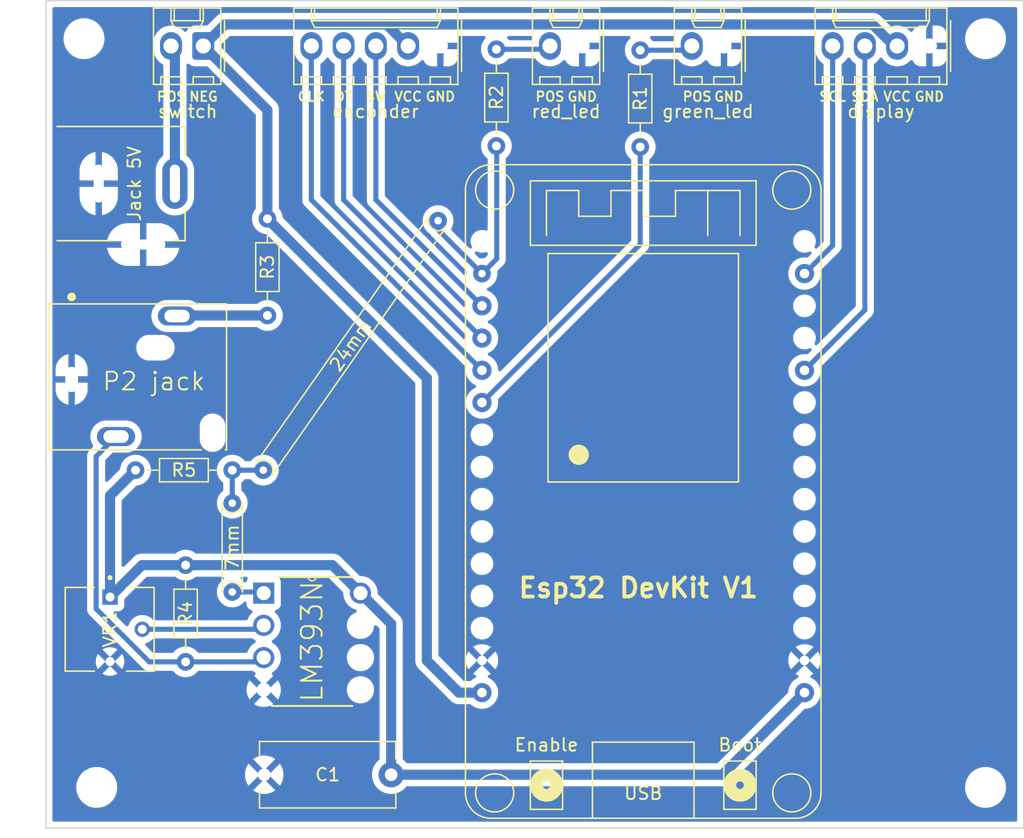
<source format=kicad_pcb>
(kicad_pcb (version 20211014) (generator pcbnew)
  (layers (0 "F.Cu" signal) (31 "B.Cu" signal) (34 "B.Paste" user) (35 "F.Paste" user) (36 "B.SilkS" user "B.Silkscreen") (37 "F.SilkS" user "F.Silkscreen") (38 "B.Mask" user) (39 "F.Mask" user) (44 "Edge.Cuts" user))
  (net 0 "")
  (net 1 "Net-(C1-Pad1)")
  (net 2 "GND")
  (net 3 "/SDA")
  (net 4 "/SCL")
  (net 5 "/SW")
  (net 6 "/DT")
  (net 7 "/CLK")
  (net 8 "/FUNC_LED")
  (net 9 "/PHOTODIODE")
  (net 10 "Net-(Esp32-Pad2)")
  (net 19 "Net-(Esp32-Pad15)")
  (net 31 "Net-(LM393N_A1-Pad2)")
  (net 33 "Net-(Esp32-Pad6)")
  (net 34 "Net-(R2-Pad2)")
  (net 35 "Net-(Jack_5V1-Pad4)")
  (net 37 "Net-(P2jack1-Pad3)")
  (net 38 "Net-(JP1-Pad1)")
  (net 39 "Net-(R5-Pad2)")
  (footprint "MyJacks:CUI_SJ1-3515N" (layer "F.Cu") (at 92.0228 97.8509)
    (fp_text reference "P2 jack" (at 6.4772 0.1491) (layer "F.SilkS") (effects (font (size 1.40148 1.40148))))
    (fp_text value "SJ1-3515N" hide)
    (fp_line (start -1.8 5.55) (end -1.8 -5.95) (layer "F.SilkS") (width 0.127))
    (fp_line (start -1.8 -5.95) (end 12.2 -5.95) (layer "F.SilkS") (width 0.127))
    (fp_line (start 12.2 -5.95) (end 12.2 5.55) (layer "F.SilkS") (width 0.127))
    (fp_line (start 10.2 5.55) (end -1.8 5.55) (layer "F.SilkS") (width 0.127))
    (fp_line (start 12.2 5.55) (end 12.1 5.55) (layer "F.SilkS") (width 0.127))
    (fp_circle (center 0 -6.5) (end 0.17 -6.5) (layer "F.SilkS") (width 0.34) (fill none))
    (pad "1" thru_hole oval (at 0 0) (size 1.508 3.016) (drill oval 1 2) (layers *.Cu *.Mask) (remove_unused_layers) (net 2 "GND"))
    (pad "2" thru_hole oval (at 3.5 4.5) (size 3.016 1.508) (drill oval 2 1) (layers *.Cu *.Mask) (remove_unused_layers) (net 9 "/PHOTODIODE"))
    (pad "3" thru_hole oval (at 8.3 -5) (size 3.016 1.508) (drill oval 2 1) (layers *.Cu *.Mask) (remove_unused_layers) (net 37 "Net-(P2jack1-Pad3)"))
    (pad "4" thru_hole oval (at 11.1 4.2) (size 1.508 3.016) (drill oval 1 2) (layers *.Cu *.Mask) (remove_unused_layers))
    (pad "5" thru_hole oval (at 6.6 -2.5) (size 3.016 1.508) (drill oval 2 1) (layers *.Cu *.Mask) (remove_unused_layers))
  )
  (footprint "trimpot:trimpot_3362P" (layer "F.Cu") (at 95.0482 117.5398 -90)
    (fp_text reference "VR1" (at 0 0 -90) (layer "F.SilkS") (effects (font (size 1.002756 1.002756))))
    (fp_text value "3362P-1-103" hide)
    (fp_line (start 3.3 3.53) (end -3.3 3.53) (layer "F.SilkS") (width 0.127))
    (fp_line (start -3.3 3.52) (end -3.3 1.235) (layer "F.SilkS") (width 0.127))
    (fp_line (start 3.3 1.235) (end 3.3 3.52) (layer "F.SilkS") (width 0.127))
    (fp_line (start -3.3 -3.47) (end 3.3 -3.47) (layer "F.SilkS") (width 0.127))
    (fp_line (start -3.3 -1.305) (end -3.3 -3.47) (layer "F.SilkS") (width 0.127))
    (fp_line (start 3.3 -3.47) (end 3.3 -1.305) (layer "F.SilkS") (width 0.127))
    (fp_circle (center -4.064 0) (end -3.964 0) (layer "F.SilkS") (width 0.2) (fill none))
    (pad "1" thru_hole rect (at -2.54 0 270) (size 1.222 1.222) (drill 0.714) (layers *.Cu *.Mask) (remove_unused_layers) (net 1 "Net-(C1-Pad1)"))
    (pad "2" thru_hole circle (at 0 -2.54 270) (size 1.222 1.222) (drill 0.714) (layers *.Cu *.Mask) (remove_unused_layers) (net 31 "Net-(LM393N_A1-Pad2)"))
    (pad "3" thru_hole circle (at 2.54 0 270) (size 1.222 1.222) (drill 0.714) (layers *.Cu *.Mask) (remove_unused_layers) (net 2 "GND"))
  )
  (footprint "MyCIs:LM393N" (layer "F.Cu") (at 110.9613 118.5)
    (fp_text reference "LM393N" (at 0 0 90) (layer "F.SilkS") (effects (font (size 1.641157 1.641157))))
    (fp_text value "LM393N1" hide)
    (fp_line (start -0.3048 -5.08) (end -2.667 -5.08) (layer "F.SilkS") (width 0.1524))
    (fp_line (start 3.175 -5.08) (end 0.3048 -5.08) (layer "F.SilkS") (width 0.1524))
    (fp_line (start -3.175 5.08) (end 3.175 5.08) (layer "F.SilkS") (width 0.1524))
    (fp_line (start 0.3048 -5.08) (end -0.3048 -5.08) (layer "F.SilkS") (width 0.1524))
    (fp_arc (start 0.3048 -5.08) (mid 0 -4.7752) (end -0.3048 -5.08) (layer "F.SilkS") (width 0.1))
    (pad "1" thru_hole rect (at -3.81 -3.81) (size 1.6764 1.6764) (drill 1.1176) (layers *.Cu *.Mask) (remove_unused_layers) (net 38 "Net-(JP1-Pad1)"))
    (pad "2" thru_hole circle (at -3.81 -1.27) (size 1.6764 1.6764) (drill 1.1176) (layers *.Cu *.Mask) (remove_unused_layers) (net 31 "Net-(LM393N_A1-Pad2)"))
    (pad "3" thru_hole circle (at -3.81 1.27) (size 1.6764 1.6764) (drill 1.1176) (layers *.Cu *.Mask) (remove_unused_layers) (net 9 "/PHOTODIODE"))
    (pad "4" thru_hole circle (at -3.81 3.81) (size 1.6764 1.6764) (drill 1.1176) (layers *.Cu *.Mask) (remove_unused_layers) (net 2 "GND"))
    (pad "5" thru_hole circle (at 3.81 3.81) (size 1.6764 1.6764) (drill 1.1176) (layers *.Cu *.Mask) (remove_unused_layers))
    (pad "6" thru_hole circle (at 3.81 1.27) (size 1.6764 1.6764) (drill 1.1176) (layers *.Cu *.Mask) (remove_unused_layers))
    (pad "7" thru_hole circle (at 3.81 -1.27) (size 1.6764 1.6764) (drill 1.1176) (layers *.Cu *.Mask) (remove_unused_layers))
    (pad "8" thru_hole circle (at 3.81 -3.81) (size 1.6764 1.6764) (drill 1.1176) (layers *.Cu *.Mask) (remove_unused_layers) (net 1 "Net-(C1-Pad1)"))
  )
  (footprint "MountingHole:MountingHole_2.2mm_M2" (layer "F.Cu") (at 164 130)
    (fp_text reference "Furo Inferior2" hide)
    (fp_text value "MountingHole_2.2mm_M2" hide)
    (pad "" np_thru_hole circle (at 0 0) (size 2.2 2.2) (drill 2.2) (layers *.Cu *.Mask))
  )
  (footprint "Resistor_THT:R_Axial_DIN0204_L3.6mm_D1.6mm_P7.62mm_Horizontal" (layer "F.Cu") (at 97.0548 105)
    (fp_text reference "R5" (at 3.81 0) (layer "F.SilkS"))
    (fp_text value "100" hide)
    (fp_line (start 1.89 0.92) (end 5.73 0.92) (layer "F.SilkS") (width 0.12))
    (fp_line (start 0.94 0) (end 1.89 0) (layer "F.SilkS") (width 0.12))
    (fp_line (start 6.68 0) (end 5.73 0) (layer "F.SilkS") (width 0.12))
    (fp_line (start 5.73 0.92) (end 5.73 -0.92) (layer "F.SilkS") (width 0.12))
    (fp_line (start 5.73 -0.92) (end 1.89 -0.92) (layer "F.SilkS") (width 0.12))
    (fp_line (start 1.89 -0.92) (end 1.89 0.92) (layer "F.SilkS") (width 0.12))
    (pad "1" thru_hole circle (at 0 0) (size 1.4 1.4) (drill 0.7) (layers *.Cu *.Mask) (remove_unused_layers) (net 1 "Net-(C1-Pad1)"))
    (pad "2" thru_hole circle (at 7.62 0) (size 1.4 1.4) (drill 0.7) (layers *.Cu *.Mask) (remove_unused_layers) (net 39 "Net-(R5-Pad2)"))
  )
  (footprint "Connector_Molex:Molex_KK-254_AE-6410-02A_1x02_P2.54mm_Vertical" (layer "F.Cu") (at 143.404675 71.5724 180)
    (fp_text reference "green_led" (at 1.27 -5.1614 180) (layer "F.SilkS"))
    (fp_text value "Conn_01x02_Female" hide)
    (fp_line (start 3.92 -3.03) (end -1.38 -3.03) (layer "F.SilkS") (width 0.12))
    (fp_line (start 2.54 1.99) (end 2.54 2.99) (layer "F.SilkS") (width 0.12))
    (fp_line (start 3.34 -2.43) (end 3.34 -3.03) (layer "F.SilkS") (width 0.12))
    (fp_line (start 2.29 1.46) (end 2.54 1.99) (layer "F.SilkS") (width 0.12))
    (fp_line (start 0 2.99) (end 0 1.99) (layer "F.SilkS") (width 0.12))
    (fp_line (start -1.67 -2) (end -1.67 2) (layer "F.SilkS") (width 0.12))
    (fp_line (start 0.8 -2.43) (end 0.8 -3.03) (layer "F.SilkS") (width 0.12))
    (fp_line (start 0 1.99) (end 2.54 1.99) (layer "F.SilkS") (width 0.12))
    (fp_line (start -1.38 2.99) (end 3.92 2.99) (layer "F.SilkS") (width 0.12))
    (fp_line (start 0 1.99) (end 0.25 1.46) (layer "F.SilkS") (width 0.12))
    (fp_line (start 3.92 2.99) (end 3.92 -3.03) (layer "F.SilkS") (width 0.12))
    (fp_line (start 2.29 2.99) (end 2.29 1.99) (layer "F.SilkS") (width 0.12))
    (fp_line (start 0.25 1.46) (end 2.29 1.46) (layer "F.SilkS") (width 0.12))
    (fp_line (start 1.74 -3.03) (end 1.74 -2.43) (layer "F.SilkS") (width 0.12))
    (fp_line (start -1.38 -3.03) (end -1.38 2.99) (layer "F.SilkS") (width 0.12))
    (fp_line (start -0.8 -2.43) (end 0.8 -2.43) (layer "F.SilkS") (width 0.12))
    (fp_line (start 0.25 2.99) (end 0.25 1.99) (layer "F.SilkS") (width 0.12))
    (fp_line (start -0.8 -3.03) (end -0.8 -2.43) (layer "F.SilkS") (width 0.12))
    (fp_line (start 1.74 -2.43) (end 3.34 -2.43) (layer "F.SilkS") (width 0.12))
    (pad "1" thru_hole roundrect (at 0 0 180) (size 1.74 2.19) (drill 1.19) (layers *.Cu *.Mask) (remove_unused_layers) (roundrect_rratio 0.1436781609) (net 2 "GND"))
    (pad "2" thru_hole oval (at 2.54 0 180) (size 1.74 2.19) (drill 1.19) (layers *.Cu *.Mask) (remove_unused_layers) (net 8 "/FUNC_LED"))
  )
  (footprint "Connector_Molex:Molex_KK-254_AE-6410-04A_1x04_P2.54mm_Vertical" (layer "F.Cu") (at 159.5753 71.5724 180)
    (fp_text reference "display" (at 3.81 -5.1614 180) (layer "F.SilkS"))
    (fp_text value "Conn_01x04_Female" hide)
    (fp_line (start 0.25 1.46) (end 7.37 1.46) (layer "F.SilkS") (width 0.12))
    (fp_line (start 6.82 -3.03) (end 6.82 -2.43) (layer "F.SilkS") (width 0.12))
    (fp_line (start 7.37 2.99) (end 7.37 1.99) (layer "F.SilkS") (width 0.12))
    (fp_line (start 7.37 1.46) (end 7.62 1.99) (layer "F.SilkS") (width 0.12))
    (fp_line (start 0.25 2.99) (end 0.25 1.99) (layer "F.SilkS") (width 0.12))
    (fp_line (start 9 2.99) (end 9 -3.03) (layer "F.SilkS") (width 0.12))
    (fp_line (start 8.42 -2.43) (end 8.42 -3.03) (layer "F.SilkS") (width 0.12))
    (fp_line (start 0 1.99) (end 7.62 1.99) (layer "F.SilkS") (width 0.12))
    (fp_line (start 3.34 -2.43) (end 3.34 -3.03) (layer "F.SilkS") (width 0.12))
    (fp_line (start 4.28 -3.03) (end 4.28 -2.43) (layer "F.SilkS") (width 0.12))
    (fp_line (start -0.8 -2.43) (end 0.8 -2.43) (layer "F.SilkS") (width 0.12))
    (fp_line (start 1.74 -3.03) (end 1.74 -2.43) (layer "F.SilkS") (width 0.12))
    (fp_line (start 4.28 -2.43) (end 5.88 -2.43) (layer "F.SilkS") (width 0.12))
    (fp_line (start 0 2.99) (end 0 1.99) (layer "F.SilkS") (width 0.12))
    (fp_line (start 0.8 -2.43) (end 0.8 -3.03) (layer "F.SilkS") (width 0.12))
    (fp_line (start -0.8 -3.03) (end -0.8 -2.43) (layer "F.SilkS") (width 0.12))
    (fp_line (start 5.88 -2.43) (end 5.88 -3.03) (layer "F.SilkS") (width 0.12))
    (fp_line (start -1.38 2.99) (end 9 2.99) (layer "F.SilkS") (width 0.12))
    (fp_line (start 1.74 -2.43) (end 3.34 -2.43) (layer "F.SilkS") (width 0.12))
    (fp_line (start 6.82 -2.43) (end 8.42 -2.43) (layer "F.SilkS") (width 0.12))
    (fp_line (start 0 1.99) (end 0.25 1.46) (layer "F.SilkS") (width 0.12))
    (fp_line (start 9 -3.03) (end -1.38 -3.03) (layer "F.SilkS") (width 0.12))
    (fp_line (start -1.38 -3.03) (end -1.38 2.99) (layer "F.SilkS") (width 0.12))
    (fp_line (start -1.67 -2) (end -1.67 2) (layer "F.SilkS") (width 0.12))
    (fp_line (start 7.62 1.99) (end 7.62 2.99) (layer "F.SilkS") (width 0.12))
    (pad "1" thru_hole roundrect (at 0 0 180) (size 1.74 2.19) (drill 1.19) (layers *.Cu *.Mask) (remove_unused_layers) (roundrect_rratio 0.1436781609) (net 2 "GND"))
    (pad "2" thru_hole oval (at 2.54 0 180) (size 1.74 2.19) (drill 1.19) (layers *.Cu *.Mask) (remove_unused_layers) (net 19 "Net-(Esp32-Pad15)"))
    (pad "3" thru_hole oval (at 5.08 0 180) (size 1.74 2.19) (drill 1.19) (layers *.Cu *.Mask) (remove_unused_layers) (net 3 "/SDA"))
    (pad "4" thru_hole oval (at 7.62 0 180) (size 1.74 2.19) (drill 1.19) (layers *.Cu *.Mask) (remove_unused_layers) (net 4 "/SCL"))
  )
  (footprint "MyJacks:DC-005" (layer "F.Cu") (at 95.1878 82.4184)
    (fp_text reference "Jack 5V" (at 1.778 0 90) (layer "F.SilkS"))
    (fp_text value "DC-005" hide)
    (fp_line (start -4.318 -4.5) (end 5.77 -4.5) (layer "F.SilkS") (width 0.127))
    (fp_line (start 5.77 -4.5) (end 5.77 -2.3) (layer "F.SilkS") (width 0.127))
    (fp_line (start 0.07 4.5) (end -4.318 4.5) (layer "F.SilkS") (width 0.127))
    (fp_line (start 5.77 4.5) (end 4.87 4.5) (layer "F.SilkS") (width 0.127))
    (fp_line (start 5.77 2.3) (end 5.77 4.5) (layer "F.SilkS") (width 0.127))
    (pad "2" thru_hole oval (at 2.47 4.8) (size 4.7 2.35) (drill oval 3.5 0.8) (layers *.Cu *.Mask) (remove_unused_layers) (net 2 "GND"))
    (pad "3" thru_hole oval (at -1.03 0) (size 2 4) (drill oval 0.8 3) (layers *.Cu *.Mask) (remove_unused_layers) (net 2 "GND"))
    (pad "4" thru_hole oval (at 4.97 0) (size 2 4) (drill oval 0.8 3) (layers *.Cu *.Mask) (remove_unused_layers) (net 35 "Net-(Jack_5V1-Pad4)"))
  )
  (footprint "MountingHole:MountingHole_2.2mm_M2" (layer "F.Cu") (at 164 71)
    (fp_text reference "Furo Superior" hide)
    (fp_text value "MountingHole_2.2mm_M2" hide)
    (pad "" np_thru_hole circle (at 0 0) (size 2.2 2.2) (drill 2.2) (layers *.Cu *.Mask))
  )
  (footprint "Jumpers_THT:Jumper_24mm_blue" (layer "F.Cu") (at 114 95.170175 55)
    (fp_text reference "24mm" (at 0 0 55 unlocked) (layer "F.SilkS"))
    (fp_text value "Jumper_24mm" hide)
    (fp_line (start 12 0.8) (end -12 0.8) (layer "F.SilkS") (width 0.12))
    (fp_line (start -12 -0.8) (end 12 -0.8) (layer "F.SilkS") (width 0.12))
    (fp_arc (start -12 -0.8) (mid -11.2 0) (end -12 0.8) (layer "F.SilkS") (width 0.12))
    (fp_arc (start 12 0.8) (mid 11.2 0) (end 12 -0.8) (layer "F.SilkS") (width 0.12))
    (pad "1" thru_hole circle (at -12 0 235) (size 1.4 1.4) (drill 0.6) (layers *.Cu *.Mask) (remove_unused_layers) (net 39 "Net-(R5-Pad2)"))
    (pad "2" thru_hole circle (at 12 0 235) (size 1.4 1.4) (drill 0.6) (layers *.Cu *.Mask) (remove_unused_layers) (net 10 "Net-(Esp32-Pad2)"))
  )
  (footprint "ESP32_DevKit_V1_DOIT:esp32_devkit_v1_doit" (layer "F.Cu") (at 137.04 86.97)
    (fp_text reference "Esp32 DevKit V1" (at -0.381 27.305) (layer "F.SilkS") (effects (font (size 1.5 1.5) (thickness 0.3))))
    (fp_text value "ESP32_DevKit_V1_DOIT" hide)
    (fp_text user "USB" (at 0 43.49) (layer "F.SilkS"))
    (fp_text user "Enable" (at -7.62 39.68) (layer "F.SilkS"))
    (fp_text user "Boot" (at 7.62 39.68) (layer "F.SilkS"))
    (fp_line (start -14 -4.04) (end -14 43.46) (layer "F.SilkS") (width 0.12))
    (fp_line (start 7.5 0.96) (end 7.5 18.96) (layer "F.SilkS") (width 0.12))
    (fp_line (start 0 -4.008) (end 0 -1.976) (layer "F.SilkS") (width 0.12))
    (fp_line (start 8.89 44.76) (end 6.35 44.76) (layer "F.SilkS") (width 0.12))
    (fp_line (start -7.5 0.96) (end 7.5 0.96) (layer "F.SilkS") (width 0.12))
    (fp_line (start 4 39.46) (end 4 45.46) (layer "F.SilkS") (width 0.12))
    (fp_line (start 0 -1.976) (end 2.54 -1.976) (layer "F.SilkS") (width 0.12))
    (fp_line (start 5.08 -4.008) (end 5.08 -0.452) (layer "F.SilkS") (width 0.12))
    (fp_line (start 2.54 -1.976) (end 2.54 -4.008) (layer "F.SilkS") (width 0.12))
    (fp_line (start -7.62 -4.008) (end -5.08 -4.008) (layer "F.SilkS") (width 0.12))
    (fp_line (start 8.89 -4.77) (end 8.89 0.31) (layer "F.SilkS") (width 0.12))
    (fp_line (start -2.54 -1.976) (end -2.54 -4.008) (layer "F.SilkS") (width 0.12))
    (fp_line (start -12 -6.04) (end 12 -6.04) (layer "F.SilkS") (width 0.12))
    (fp_line (start -7.62 -0.452) (end -7.62 -4.008) (layer "F.SilkS") (width 0.12))
    (fp_line (start 7.5 18.96) (end -7.5 18.96) (layer "F.SilkS") (width 0.12))
    (fp_line (start -4 39.46) (end 4 39.46) (layer "F.SilkS") (width 0.12))
    (fp_line (start 7.62 -4.008) (end 7.62 -0.452) (layer "F.SilkS") (width 0.12))
    (fp_line (start -8.89 -4.77) (end 8.89 -4.77) (layer "F.SilkS") (width 0.12))
    (fp_line (start 6.35 44.76) (end 6.35 40.95) (layer "F.SilkS") (width 0.12))
    (fp_line (start 8.89 0.31) (end -8.89 0.31) (layer "F.SilkS") (width 0.12))
    (fp_line (start -6.35 44.76) (end -8.89 44.76) (layer "F.SilkS") (width 0.12))
    (fp_line (start -6.35 40.95) (end -6.35 44.76) (layer "F.SilkS") (width 0.12))
    (fp_line (start -8.89 44.76) (end -8.89 40.95) (layer "F.SilkS") (width 0.12))
    (fp_line (start 14 43.46) (end 14 -4.04) (layer "F.SilkS") (width 0.12))
    (fp_line (start -5.08 -1.976) (end -2.54 -1.976) (layer "F.SilkS") (width 0.12))
    (fp_line (start -5.08 -4.008) (end -5.08 -1.976) (layer "F.SilkS") (width 0.12))
    (fp_line (start -4 39.46) (end -4 45.46) (layer "F.SilkS") (width 0.12))
    (fp_line (start 2.54 -4.008) (end 7.62 -4.008) (layer "F.SilkS") (width 0.12))
    (fp_line (start -12 45.46) (end 12 45.46) (layer "F.SilkS") (width 0.12))
    (fp_line (start -7.5 18.96) (end -7.5 0.96) (layer "F.SilkS") (width 0.12))
    (fp_line (start -8.89 40.95) (end -6.35 40.95) (layer "F.SilkS") (width 0.12))
    (fp_line (start 6.35 40.95) (end 8.89 40.95) (layer "F.SilkS") (width 0.12))
    (fp_line (start -8.89 0.31) (end -8.89 -4.77) (layer "F.SilkS") (width 0.12))
    (fp_line (start 8.89 40.95) (end 8.89 44.76) (layer "F.SilkS") (width 0.12))
    (fp_line (start -2.54 -4.008) (end 0 -4.008) (layer "F.SilkS") (width 0.12))
    (fp_arc (start -12 45.46) (mid -13.414214 44.874214) (end -14 43.46) (layer "F.SilkS") (width 0.12))
    (fp_arc (start 12 -6.04) (mid 13.414214 -5.454214) (end 14 -4.04) (layer "F.SilkS") (width 0.12))
    (fp_arc (start -14 -4.04) (mid -13.414214 -5.454214) (end -12 -6.04) (layer "F.SilkS") (width 0.12))
    (fp_arc (start 14 43.46) (mid 13.414214 44.874214) (end 12 45.46) (layer "F.SilkS") (width 0.12))
    (fp_circle (center 7.62 42.855) (end 7.92 42.855) (layer "F.SilkS") (width 1) (fill none))
    (fp_circle (center -11.7 43.46) (end -10.2 43.46) (layer "F.SilkS") (width 0.12) (fill none))
    (fp_circle (center 11.7 43.46) (end 13.2 43.46) (layer "F.SilkS") (width 0.12) (fill none))
    (fp_circle (center 11.7 -4.04) (end 13.2 -4.04) (layer "F.SilkS") (width 0.12) (fill none))
    (fp_circle (center -5.08 16.82) (end -4.68 16.82) (layer "F.SilkS") (width 0.8) (fill none))
    (fp_circle (center -7.62 42.855) (end -7.32 42.855) (layer "F.SilkS") (width 1) (fill none))
    (fp_circle (center -11.7 -4.04) (end -10.2 -4.04) (layer "F.SilkS") (width 0.12) (fill none))
    (pad "1" thru_hole rect locked (at -12.7 0) (size 1.524 1.524) (drill 0.762) (layers *.Cu *.Mask) (remove_unused_layers))
    (pad "2" thru_hole circle locked (at -12.7 2.54 180) (size 1.4 1.4) (drill 0.6) (layers *.Cu *.Mask) (remove_unused_layers) (net 10 "Net-(Esp32-Pad2)"))
    (pad "3" thru_hole circle locked (at -12.7 5.08) (size 1.524 1.524) (drill 0.762) (layers *.Cu *.Mask) (remove_unused_layers) (net 5 "/SW"))
    (pad "4" thru_hole circle locked (at -12.7 7.62) (size 1.524 1.524) (drill 0.762) (layers *.Cu *.Mask) (remove_unused_layers) (net 6 "/DT"))
    (pad "5" thru_hole circle locked (at -12.7 10.16) (size 1.524 1.524) (drill 0.762) (layers *.Cu *.Mask) (remove_unused_layers) (net 7 "/CLK"))
    (pad "6" thru_hole circle locked (at -12.7 12.7) (size 1.524 1.524) (drill 0.762) (layers *.Cu *.Mask) (remove_unused_layers) (net 33 "Net-(Esp32-Pad6)"))
    (pad "7" thru_hole circle locked (at -12.7 15.24) (size 1.524 1.524) (drill 0.762) (layers *.Cu *.Mask) (remove_unused_layers))
    (pad "8" thru_hole circle locked (at -12.7 17.78) (size 1.524 1.524) (drill 0.762) (layers *.Cu *.Mask) (remove_unused_layers))
    (pad "9" thru_hole circle locked (at -12.7 20.32) (size 1.524 1.524) (drill 0.762) (layers *.Cu *.Mask) (remove_unused_layers))
    (pad "10" thru_hole circle locked (at -12.7 22.86) (size 1.524 1.524) (drill 0.762) (layers *.Cu *.Mask) (remove_unused_layers))
    (pad "11" thru_hole circle locked (at -12.7 25.4) (size 1.524 1.524) (drill 0.762) (layers *.Cu *.Mask) (remove_unused_layers))
    (pad "12" thru_hole circle locked (at -12.7 27.94) (size 1.524 1.524) (drill 0.762) (layers *.Cu *.Mask) (remove_unused_layers))
    (pad "13" thru_hole circle locked (at -12.7 30.48) (size 1.524 1.524) (drill 0.762) (layers *.Cu *.Mask) (remove_unused_layers))
    (pad "14" thru_hole circle locked (at -12.7 33.02) (size 1.524 1.524) (drill 0.762) (layers *.Cu *.Mask) (remove_unused_layers) (net 2 "GND"))
    (pad "15" thru_hole circle locked (at -12.7 35.56) (size 1.524 1.524) (drill 0.762) (layers *.Cu *.Mask) (remove_unused_layers) (net 19 "Net-(Esp32-Pad15)"))
    (pad "16" thru_hole circle locked (at 12.7 35.56) (size 1.524 1.524) (drill 0.762) (layers *.Cu *.Mask) (remove_unused_layers) (net 1 "Net-(C1-Pad1)"))
    (pad "17" thru_hole circle locked (at 12.7 33.02) (size 1.524 1.524) (drill 0.762) (layers *.Cu *.Mask) (remove_unused_layers) (net 2 "GND"))
    (pad "18" thru_hole circle locked (at 12.7 30.48) (size 1.524 1.524) (drill 0.762) (layers *.Cu *.Mask) (remove_unused_layers))
    (pad "19" thru_hole circle locked (at 12.7 27.94) (size 1.524 1.524) (drill 0.762) (layers *.Cu *.Mask) (remove_unused_layers))
    (pad "20" thru_hole circle locked (at 12.7 25.4) (size 1.524 1.524) (drill 0.762) (layers *.Cu *.Mask) (remove_unused_layers))
    (pad "21" thru_hole circle locked (at 12.7 22.86) (size 1.524 1.524) (drill 0.762) (layers *.Cu *.Mask) (remove_unused_layers))
    (pad "22" thru_hole circle locked (at 12.7 20.32) (size 1.524 1.524) (drill 0.762) (layers *.Cu *.Mask) (remove_unused_layers))
    (pad "23" thru_hole circle locked (at 12.7 17.78) (size 1.524 1.524) (drill 0.762) (layers *.Cu *.Mask) (remove_unused_layers))
    (pad "24" thru_hole circle locked (at 12.7 15.24) (size 1.524 1.524) (drill 0.762) (layers *.Cu *.Mask) (remove_unused_layers))
    (pad "25" thru_hole circle locked (at 12.7 12.7) (size 1.524 1.524) (drill 0.762) (layers *.Cu *.Mask) (remove_unused_layers))
    (pad "26" thru_hole circle locked (at 12.7 10.16) (size 1.524 1.524) (drill 0.762) (layers *.Cu *.Mask) (remove_unused_layers) (net 3 "/SDA"))
    (pad "27" thru_hole circle locked (at 12.7 7.62) (size 1.524 1.524) (drill 0.762) (layers *.Cu *.Mask) (remove_unused_layers))
    (pad "28" thru_hole circle locked (at 12.7 5.08) (size 1.524 1.524) (drill 0.762) (layers *.Cu *.Mask) (remove_unused_layers))
    (pad "29" thru_hole circle locked (at 12.7 2.54) (size 1.524 1.524) (drill 0.762) (layers *.Cu *.Mask) (remove_unused_layers) (net 4 "/SCL"))
    (pad "30" thru_hole circle locked (at 12.7 0) (size 1.524 1.524) (drill 0.762) (layers *.Cu *.Mask) (remove_unused_layers))
  )
  (footprint "Resistor_THT:R_Axial_DIN0204_L3.6mm_D1.6mm_P7.62mm_Horizontal" (layer "F.Cu") (at 101 112.4852 -90)
    (fp_text reference "R4" (at 3.81 0 90) (layer "F.SilkS"))
    (fp_text value "10k" hide)
    (fp_line (start 1.89 0.92) (end 5.73 0.92) (layer "F.SilkS") (width 0.12))
    (fp_line (start 1.89 -0.92) (end 1.89 0.92) (layer "F.SilkS") (width 0.12))
    (fp_line (start 5.73 0.92) (end 5.73 -0.92) (layer "F.SilkS") (width 0.12))
    (fp_line (start 5.73 -0.92) (end 1.89 -0.92) (layer "F.SilkS") (width 0.12))
    (fp_line (start 6.68 0) (end 5.73 0) (layer "F.SilkS") (width 0.12))
    (fp_line (start 0.94 0) (end 1.89 0) (layer "F.SilkS") (width 0.12))
    (pad "1" thru_hole circle (at 0 0 270) (size 1.4 1.4) (drill 0.7) (layers *.Cu *.Mask) (remove_unused_layers) (net 1 "Net-(C1-Pad1)"))
    (pad "2" thru_hole circle (at 7.62 0 270) (size 1.4 1.4) (drill 0.7) (layers *.Cu *.Mask) (remove_unused_layers) (net 9 "/PHOTODIODE"))
  )
  (footprint "MountingHole:MountingHole_2.2mm_M2" (layer "F.Cu") (at 93 71)
    (fp_text reference "Furo Central" hide)
    (fp_text value "MountingHole_2.2mm_M2" hide)
    (pad "" np_thru_hole circle (at 0 0) (size 2.2 2.2) (drill 2.2) (layers *.Cu *.Mask))
  )
  (footprint "Resistor_THT:R_Axial_DIN0204_L3.6mm_D1.6mm_P7.62mm_Horizontal" (layer "F.Cu") (at 107.442 85.1916 -90)
    (fp_text reference "R3" (at 3.81 0 90) (layer "F.SilkS"))
    (fp_text value "100" hide)
    (fp_line (start 1.89 -0.92) (end 1.89 0.92) (layer "F.SilkS") (width 0.12))
    (fp_line (start 6.68 0) (end 5.73 0) (layer "F.SilkS") (width 0.12))
    (fp_line (start 5.73 -0.92) (end 1.89 -0.92) (layer "F.SilkS") (width 0.12))
    (fp_line (start 1.89 0.92) (end 5.73 0.92) (layer "F.SilkS") (width 0.12))
    (fp_line (start 0.94 0) (end 1.89 0) (layer "F.SilkS") (width 0.12))
    (fp_line (start 5.73 0.92) (end 5.73 -0.92) (layer "F.SilkS") (width 0.12))
    (pad "1" thru_hole circle (at 0 0 270) (size 1.4 1.4) (drill 0.7) (layers *.Cu *.Mask) (remove_unused_layers) (net 19 "Net-(Esp32-Pad15)"))
    (pad "2" thru_hole circle (at 7.62 0 270) (size 1.4 1.4) (drill 0.7) (layers *.Cu *.Mask) (remove_unused_layers) (net 37 "Net-(P2jack1-Pad3)"))
  )
  (footprint "Jumpers_THT:Jumper_7mm_blue" (layer "F.Cu") (at 104.6748 111.1 90)
    (fp_text reference "5mm" hide)
    (fp_text value "Jumper_7mm" hide)
    (fp_text user "7mm" (at 0 0 90 unlocked) (layer "F.SilkS"))
    (fp_line (start -3.5 -0.8) (end 3.5 -0.8) (layer "F.SilkS") (width 0.12))
    (fp_line (start 3.5 0.8) (end -3.5 0.8) (layer "F.SilkS") (width 0.12))
    (fp_arc (start 3.5 0.8) (mid 2.7 0) (end 3.5 -0.8) (layer "F.SilkS") (width 0.12))
    (fp_arc (start -3.5 -0.8) (mid -2.7 0) (end -3.5 0.8) (layer "F.SilkS") (width 0.12))
    (pad "1" thru_hole circle (at -3.5 0 270) (size 1.4 1.4) (drill 0.6) (layers *.Cu *.Mask) (remove_unused_layers) (net 38 "Net-(JP1-Pad1)"))
    (pad "2" thru_hole circle (at 3.5 0 270) (size 1.4 1.4) (drill 0.6) (layers *.Cu *.Mask) (remove_unused_layers) (net 39 "Net-(R5-Pad2)"))
  )
  (footprint "Connector_Molex:Molex_KK-254_AE-6410-02A_1x02_P2.54mm_Vertical" (layer "F.Cu") (at 132.23405 71.5724 180)
    (fp_text reference "red_led" (at 1.27 -5.1614 180) (layer "F.SilkS"))
    (fp_text value "Conn_01x02_Female" hide)
    (fp_line (start 2.54 1.99) (end 2.54 2.99) (layer "F.SilkS") (width 0.12))
    (fp_line (start 2.29 2.99) (end 2.29 1.99) (layer "F.SilkS") (width 0.12))
    (fp_line (start 1.74 -3.03) (end 1.74 -2.43) (layer "F.SilkS") (width 0.12))
    (fp_line (start 0.25 2.99) (end 0.25 1.99) (layer "F.SilkS") (width 0.12))
    (fp_line (start 2.29 1.46) (end 2.54 1.99) (layer "F.SilkS") (width 0.12))
    (fp_line (start 0.25 1.46) (end 2.29 1.46) (layer "F.SilkS") (width 0.12))
    (fp_line (start 3.92 -3.03) (end -1.38 -3.03) (layer "F.SilkS") (width 0.12))
    (fp_line (start 0 1.99) (end 2.54 1.99) (layer "F.SilkS") (width 0.12))
    (fp_line (start -1.38 -3.03) (end -1.38 2.99) (layer "F.SilkS") (width 0.12))
    (fp_line (start -1.67 -2) (end -1.67 2) (layer "F.SilkS") (width 0.12))
    (fp_line (start -1.38 2.99) (end 3.92 2.99) (layer "F.SilkS") (width 0.12))
    (fp_line (start 3.34 -2.43) (end 3.34 -3.03) (layer "F.SilkS") (width 0.12))
    (fp_line (start 3.92 2.99) (end 3.92 -3.03) (layer "F.SilkS") (width 0.12))
    (fp_line (start -0.8 -3.03) (end -0.8 -2.43) (layer "F.SilkS") (width 0.12))
    (fp_line (start 0.8 -2.43) (end 0.8 -3.03) (layer "F.SilkS") (width 0.12))
    (fp_line (start 0 1.99) (end 0.25 1.46) (layer "F.SilkS") (width 0.12))
    (fp_line (start 1.74 -2.43) (end 3.34 -2.43) (layer "F.SilkS") (width 0.12))
    (fp_line (start 0 2.99) (end 0 1.99) (layer "F.SilkS") (width 0.12))
    (fp_line (start -0.8 -2.43) (end 0.8 -2.43) (layer "F.SilkS") (width 0.12))
    (pad "1" thru_hole roundrect (at 0 0 180) (size 1.74 2.19) (drill 1.19) (layers *.Cu *.Mask) (remove_unused_layers) (roundrect_rratio 0.1436781609) (net 2 "GND"))
    (pad "2" thru_hole oval (at 2.54 0 180) (size 1.74 2.19) (drill 1.19) (layers *.Cu *.Mask) (remove_unused_layers) (net 34 "Net-(R2-Pad2)"))
  )
  (footprint "Connector_Molex:Molex_KK-254_AE-6410-05A_1x05_P2.54mm_Vertical" (layer "F.Cu") (at 121.063425 71.5724 180)
    (fp_text reference "enconder" (at 5.100782 -5.1614 180) (layer "F.SilkS"))
    (fp_text value "Conn_01x05_Female" hide)
    (fp_line (start -1.67 -2) (end -1.67 2) (layer "F.SilkS") (width 0.12))
    (fp_line (start 0 1.99) (end 0.25 1.46) (layer "F.SilkS") (width 0.12))
    (fp_line (start 9.36 -2.43) (end 10.96 -2.43) (layer "F.SilkS") (width 0.12))
    (fp_line (start 0.25 1.46) (end 9.91 1.46) (layer "F.SilkS") (width 0.12))
    (fp_line (start -1.38 2.99) (end 11.54 2.99) (layer "F.SilkS") (width 0.12))
    (fp_line (start 10.16 1.99) (end 10.16 2.99) (layer "F.SilkS") (width 0.12))
    (fp_line (start 11.54 2.99) (end 11.54 -3.03) (layer "F.SilkS") (width 0.12))
    (fp_line (start 0.25 2.99) (end 0.25 1.99) (layer "F.SilkS") (width 0.12))
    (fp_line (start 6.82 -2.43) (end 8.42 -2.43) (layer "F.SilkS") (width 0.12))
    (fp_line (start 4.28 -2.43) (end 5.88 -2.43) (layer "F.SilkS") (width 0.12))
    (fp_line (start 3.34 -2.43) (end 3.34 -3.03) (layer "F.SilkS") (width 0.12))
    (fp_line (start 0 2.99) (end 0 1.99) (layer "F.SilkS") (width 0.12))
    (fp_line (start 1.74 -3.03) (end 1.74 -2.43) (layer "F.SilkS") (width 0.12))
    (fp_line (start 0 1.99) (end 10.16 1.99) (layer "F.SilkS") (width 0.12))
    (fp_line (start -0.8 -3.03) (end -0.8 -2.43) (layer "F.SilkS") (width 0.12))
    (fp_line (start 9.91 2.99) (end 9.91 1.99) (layer "F.SilkS") (width 0.12))
    (fp_line (start 0.8 -2.43) (end 0.8 -3.03) (layer "F.SilkS") (width 0.12))
    (fp_line (start 4.28 -3.03) (end 4.28 -2.43) (layer "F.SilkS") (width 0.12))
    (fp_line (start 1.74 -2.43) (end 3.34 -2.43) (layer "F.SilkS") (width 0.12))
    (fp_line (start -1.38 -3.03) (end -1.38 2.99) (layer "F.SilkS") (width 0.12))
    (fp_line (start 5.88 -2.43) (end 5.88 -3.03) (layer "F.SilkS") (width 0.12))
    (fp_line (start -0.8 -2.43) (end 0.8 -2.43) (layer "F.SilkS") (width 0.12))
    (fp_line (start 9.91 1.46) (end 10.16 1.99) (layer "F.SilkS") (width 0.12))
    (fp_line (start 10.96 -2.43) (end 10.96 -3.03) (layer "F.SilkS") (width 0.12))
    (fp_line (start 8.42 -2.43) (end 8.42 -3.03) (layer "F.SilkS") (width 0.12))
    (fp_line (start 6.82 -3.03) (end 6.82 -2.43) (layer "F.SilkS") (width 0.12))
    (fp_line (start 9.36 -3.03) (end 9.36 -2.43) (layer "F.SilkS") (width 0.12))
    (fp_line (start 11.54 -3.03) (end -1.38 -3.03) (layer "F.SilkS") (width 0.12))
    (pad "1" thru_hole roundrect (at 0 0 180) (size 1.74 2.19) (drill 1.19) (layers *.Cu *.Mask) (remove_unused_layers) (roundrect_rratio 0.1436781609) (net 2 "GND"))
    (pad "2" thru_hole oval (at 2.54 0 180) (size 1.74 2.19) (drill 1.19) (layers *.Cu *.Mask) (remove_unused_layers) (net 19 "Net-(Esp32-Pad15)"))
    (pad "3" thru_hole oval (at 5.08 0 180) (size 1.74 2.19) (drill 1.19) (layers *.Cu *.Mask) (remove_unused_layers) (net 5 "/SW"))
    (pad "4" thru_hole oval (at 7.62 0 180) (size 1.74 2.19) (drill 1.19) (layers *.Cu *.Mask) (remove_unused_layers) (net 6 "/DT"))
    (pad "5" thru_hole oval (at 10.16 0 180) (size 1.74 2.19) (drill 1.19) (layers *.Cu *.Mask) (remove_unused_layers) (net 7 "/CLK"))
  )
  (footprint "Capacitor_THT:C_Disc_D10.5mm_W5.0mm_P10.00mm" (layer "F.Cu") (at 117.1894 129 180)
    (fp_text reference "C1" (at 5 0) (layer "F.SilkS"))
    (fp_text value "104k" hide)
    (fp_line (start -0.37 -2.62) (end 10.37 -2.62) (layer "F.SilkS") (width 0.12))
    (fp_line (start -0.37 -2.62) (end -0.37 -1.256) (layer "F.SilkS") (width 0.12))
    (fp_line (start -0.37 1.256) (end -0.37 2.62) (layer "F.SilkS") (width 0.12))
    (fp_line (start 10.37 -2.62) (end 10.37 -1.256) (layer "F.SilkS") (width 0.12))
    (fp_line (start 10.37 1.256) (end 10.37 2.62) (layer "F.SilkS") (width 0.12))
    (fp_line (start -0.37 2.62) (end 10.37 2.62) (layer "F.SilkS") (width 0.12))
    (pad "1" thru_hole circle (at 0 0 180) (size 2 2) (drill 1) (layers *.Cu *.Mask) (remove_unused_layers) (net 1 "Net-(C1-Pad1)"))
    (pad "2" thru_hole circle (at 10 0 180) (size 2 2) (drill 1) (layers *.Cu *.Mask) (remove_unused_layers) (net 2 "GND"))
  )
  (footprint "Resistor_THT:R_Axial_DIN0204_L3.6mm_D1.6mm_P7.62mm_Horizontal" (layer "F.Cu") (at 125.476 79.4512 90)
    (fp_text reference "R2" (at 3.81 0 90) (layer "F.SilkS"))
    (fp_text value "100" hide)
    (fp_line (start 6.68 0) (end 5.73 0) (layer "F.SilkS") (width 0.12))
    (fp_line (start 0.94 0) (end 1.89 0) (layer "F.SilkS") (width 0.12))
    (fp_line (start 1.89 -0.92) (end 1.89 0.92) (layer "F.SilkS") (width 0.12))
    (fp_line (start 1.89 0.92) (end 5.73 0.92) (layer "F.SilkS") (width 0.12))
    (fp_line (start 5.73 0.92) (end 5.73 -0.92) (layer "F.SilkS") (width 0.12))
    (fp_line (start 5.73 -0.92) (end 1.89 -0.92) (layer "F.SilkS") (width 0.12))
    (pad "1" thru_hole circle (at 0 0 90) (size 1.4 1.4) (drill 0.7) (layers *.Cu *.Mask) (remove_unused_layers) (net 10 "Net-(Esp32-Pad2)"))
    (pad "2" thru_hole circle (at 7.62 0 90) (size 1.4 1.4) (drill 0.7) (layers *.Cu *.Mask) (remove_unused_layers) (net 34 "Net-(R2-Pad2)"))
  )
  (footprint "Resistor_THT:R_Axial_DIN0204_L3.6mm_D1.6mm_P7.62mm_Horizontal" (layer "F.Cu") (at 136.8044 79.5274 90)
    (fp_text reference "R1" (at 3.81 0 90) (layer "F.SilkS"))
    (fp_text value "100" hide)
    (fp_line (start 1.89 -0.92) (end 1.89 0.92) (layer "F.SilkS") (width 0.12))
    (fp_line (start 5.73 -0.92) (end 1.89 -0.92) (layer "F.SilkS") (width 0.12))
    (fp_line (start 1.89 0.92) (end 5.73 0.92) (layer "F.SilkS") (width 0.12))
    (fp_line (start 5.73 0.92) (end 5.73 -0.92) (layer "F.SilkS") (width 0.12))
    (fp_line (start 0.94 0) (end 1.89 0) (layer "F.SilkS") (width 0.12))
    (fp_line (start 6.68 0) (end 5.73 0) (layer "F.SilkS") (width 0.12))
    (pad "1" thru_hole circle (at 0 0 90) (size 1.4 1.4) (drill 0.7) (layers *.Cu *.Mask) (remove_unused_layers) (net 33 "Net-(Esp32-Pad6)"))
    (pad "2" thru_hole circle (at 7.62 0 90) (size 1.4 1.4) (drill 0.7) (layers *.Cu *.Mask) (remove_unused_layers) (net 8 "/FUNC_LED"))
  )
  (footprint "MountingHole:MountingHole_2.2mm_M2" (layer "F.Cu") (at 94 130)
    (fp_text reference "Furo Inferior1" hide)
    (fp_text value "MountingHole_2.2mm_M2" hide)
    (pad "" np_thru_hole circle (at 0 0) (size 2.2 2.2) (drill 2.2) (layers *.Cu *.Mask))
  )
  (footprint "Connector_Molex:Molex_KK-254_AE-6410-02A_1x02_P2.54mm_Vertical" (layer "F.Cu") (at 102.3928 71.5724 180)
    (fp_text reference "switch" (at 1.23 -5.1614 180) (layer "F.SilkS"))
    (fp_text value "Conn_01x02_Female" hide)
    (fp_line (start 1.74 -2.43) (end 3.34 -2.43) (layer "F.SilkS") (width 0.12))
    (fp_line (start 0.25 2.99) (end 0.25 1.99) (layer "F.SilkS") (width 0.12))
    (fp_line (start 3.92 -3.03) (end -1.38 -3.03) (layer "F.SilkS") (width 0.12))
    (fp_line (start 2.54 1.99) (end 2.54 2.99) (layer "F.SilkS") (width 0.12))
    (fp_line (start 3.92 2.99) (end 3.92 -3.03) (layer "F.SilkS") (width 0.12))
    (fp_line (start 0.8 -2.43) (end 0.8 -3.03) (layer "F.SilkS") (width 0.12))
    (fp_line (start -1.67 -2) (end -1.67 2) (layer "F.SilkS") (width 0.12))
    (fp_line (start 3.34 -2.43) (end 3.34 -3.03) (layer "F.SilkS") (width 0.12))
    (fp_line (start 0 2.99) (end 0 1.99) (layer "F.SilkS") (width 0.12))
    (fp_line (start 2.29 2.99) (end 2.29 1.99) (layer "F.SilkS") (width 0.12))
    (fp_line (start 1.74 -3.03) (end 1.74 -2.43) (layer "F.SilkS") (width 0.12))
    (fp_line (start 0 1.99) (end 2.54 1.99) (layer "F.SilkS") (width 0.12))
    (fp_line (start -1.38 -3.03) (end -1.38 2.99) (layer "F.SilkS") (width 0.12))
    (fp_line (start -0.8 -2.43) (end 0.8 -2.43) (layer "F.SilkS") (width 0.12))
    (fp_line (start 0.25 1.46) (end 2.29 1.46) (layer "F.SilkS") (width 0.12))
    (fp_line (start -1.38 2.99) (end 3.92 2.99) (layer "F.SilkS") (width 0.12))
    (fp_line (start -0.8 -3.03) (end -0.8 -2.43) (layer "F.SilkS") (width 0.12))
    (fp_line (start 0 1.99) (end 0.25 1.46) (layer "F.SilkS") (width 0.12))
    (fp_line (start 2.29 1.46) (end 2.54 1.99) (layer "F.SilkS") (width 0.12))
    (pad "1" thru_hole roundrect (at 0 0 180) (size 1.74 2.19) (drill 1.19) (layers *.Cu *.Mask) (remove_unused_layers) (roundrect_rratio 0.1436781609) (net 19 "Net-(Esp32-Pad15)"))
    (pad "2" thru_hole oval (at 2.54 0 180) (size 1.74 2.19) (drill 1.19) (layers *.Cu *.Mask) (remove_unused_layers) (net 35 "Net-(Jack_5V1-Pad4)"))
  )
  (gr_rect (start 90 68) (end 167 133.2074) (layer "Edge.Cuts") (width 0.1) (fill none))
  (gr_text "GND" (at 159.5753 75.565) (layer "F.SilkS") (effects (font (size 0.75 0.75))))
  (gr_text "POS" (at 141.286332 75.565) (layer "F.SilkS") (effects (font (size 0.75 0.75))))
  (gr_text "GND" (at 132.23405 75.565) (layer "F.SilkS") (effects (font (size 0.75 0.75))))
  (gr_text "POS" (at 129.69405 75.565) (layer "F.SilkS") (effects (font (size 0.75 0.75))))
  (gr_text "GND" (at 143.786332 75.565) (layer "F.SilkS") (effects (font (size 0.75 0.75))))
  (gr_text "DT" (at 113.443425 75.565) (layer "F.SilkS") (effects (font (size 0.75 0.75))))
  (gr_text "VCC" (at 157.0353 75.565) (layer "F.SilkS") (effects (font (size 0.75 0.75))))
  (gr_text "NEG\n" (at 102.4128 75.565) (layer "F.SilkS") (effects (font (size 0.75 0.75))))
  (gr_text "VCC" (at 118.523425 75.565) (layer "F.SilkS") (effects (font (size 0.75 0.75))))
  (gr_text "POS" (at 99.8728 75.565) (layer "F.SilkS") (effects (font (size 0.75 0.75))))
  (gr_text "SDA" (at 154.4953 75.565) (layer "F.SilkS") (effects (font (size 0.75 0.75))))
  (gr_text "CLK" (at 110.903425 75.565) (layer "F.SilkS") (effects (font (size 0.75 0.75))))
  (gr_text "SCL" (at 151.9553 75.565) (layer "F.SilkS") (effects (font (size 0.75 0.75))))
  (gr_text "SW\n" (at 115.983425 75.565) (layer "F.SilkS") (effects (font (size 0.75 0.75))))
  (gr_text "GND" (at 121.063425 75.565) (layer "F.SilkS") (effects (font (size 0.75 0.75))))
  (segment (start 95.0482 114.9998) (end 95.0482 107.0066) (width 0.8) (layer "B.Cu") (net 1))
  (segment (start 112.5665 112.4852) (end 114.7713 114.69) (width 0.8) (layer "B.Cu") (net 1))
  (segment (start 101 112.4852) (end 112.5665 112.4852) (width 0.8) (layer "B.Cu") (net 1))
  (segment (start 143.27 129) (end 149.74 122.53) (width 0.8) (layer "B.Cu") (net 1))
  (segment (start 117.1894 117.1081) (end 117.1894 129) (width 0.8) (layer "B.Cu") (net 1))
  (segment (start 114.7713 114.69) (end 117.1894 117.1081) (width 0.8) (layer "B.Cu") (net 1))
  (segment (start 117.1894 129) (end 143.27 129) (width 0.8) (layer "B.Cu") (net 1))
  (segment (start 97.5628 112.4852) (end 95.0482 114.9998) (width 0.8) (layer "B.Cu") (net 1))
  (segment (start 95.0482 107.0066) (end 97.0548 105) (width 0.8) (layer "B.Cu") (net 1))
  (segment (start 101 112.4852) (end 97.5628 112.4852) (width 0.8) (layer "B.Cu") (net 1))
  (segment (start 154.4953 71.5724) (end 154.4953 92.3747) (width 0.4) (layer "B.Cu") (net 3))
  (segment (start 154.4953 92.3747) (end 149.74 97.13) (width 0.4) (layer "B.Cu") (net 3))
  (segment (start 151.9553 87.2947) (end 151.9553 71.5724) (width 0.4) (layer "B.Cu") (net 4))
  (segment (start 149.74 89.51) (end 151.9553 87.2947) (width 0.4) (layer "B.Cu") (net 4))
  (segment (start 115.983425 71.5724) (end 115.983425 83.693425) (width 0.4) (layer "B.Cu") (net 5))
  (segment (start 115.983425 83.693425) (end 124.34 92.05) (width 0.4) (layer "B.Cu") (net 5))
  (segment (start 113.443425 71.5724) (end 113.443425 83.693425) (width 0.4) (layer "B.Cu") (net 6))
  (segment (start 113.443425 83.693425) (end 124.34 94.59) (width 0.4) (layer "B.Cu") (net 6))
  (segment (start 110.903425 83.693425) (end 124.34 97.13) (width 0.4) (layer "B.Cu") (net 7))
  (segment (start 110.903425 71.5724) (end 110.903425 83.693425) (width 0.4) (layer "B.Cu") (net 7))
  (segment (start 136.8044 71.9074) (end 140.529675 71.9074) (width 0.4) (layer "B.Cu") (net 8))
  (segment (start 140.529675 71.9074) (end 140.864675 71.5724) (width 0.25) (layer "B.Cu") (net 8))
  (segment (start 140.569675 71.9074) (end 140.904675 71.5724) (width 0.25) (layer "B.Cu") (net 8))
  (segment (start 93.9546 115.9282) (end 93.9546 103.9191) (width 0.4) (layer "B.Cu") (net 9))
  (segment (start 107.1894 120.1052) (end 103.862 120.1052) (width 0.4) (layer "B.Cu") (net 9))
  (segment (start 98.1316 120.1052) (end 93.9546 115.9282) (width 0.4) (layer "B.Cu") (net 9))
  (segment (start 103.862 120.1052) (end 98.1316 120.1052) (width 0.4) (layer "B.Cu") (net 9))
  (segment (start 93.9546 103.9191) (end 95.5228 102.3509) (width 0.4) (layer "B.Cu") (net 9))
  (segment (start 124.34 89.51) (end 120.882917 86.052917) (width 0.4) (layer "B.Cu") (net 10))
  (segment (start 125.502 88.348) (end 125.502 79.4772) (width 0.4) (layer "B.Cu") (net 10))
  (segment (start 124.34 89.51) (end 125.502 88.348) (width 0.4) (layer "B.Cu") (net 10))
  (segment (start 125.502 79.4772) (end 125.476 79.4512) (width 0.4) (layer "B.Cu") (net 10))
  (segment (start 120.882917 86.052917) (end 120.882917 85.340351) (width 0.4) (layer "B.Cu") (net 10))
  (segment (start 156.799194 71.5724) (end 157.0353 71.5724) (width 0.8) (layer "B.Cu") (net 19))
  (segment (start 116.828425 69.8774) (end 118.523425 71.5724) (width 0.8) (layer "B.Cu") (net 19))
  (segment (start 104.0878 69.8774) (end 116.828425 69.8774) (width 0.8) (layer "B.Cu") (net 19))
  (segment (start 107.442 76.6216) (end 102.3928 71.5724) (width 0.8) (layer "B.Cu") (net 19))
  (segment (start 120 97.7496) (end 120 120) (width 0.8) (layer "B.Cu") (net 19))
  (segment (start 120 120) (end 122.53 122.53) (width 0.8) (layer "B.Cu") (net 19))
  (segment (start 107.442 85.1916) (end 120 97.7496) (width 0.8) (layer "B.Cu") (net 19))
  (segment (start 122.53 122.53) (end 124.34 122.53) (width 0.8) (layer "B.Cu") (net 19))
  (segment (start 107.442 85.1916) (end 107.442 76.6216) (width 0.8) (layer "B.Cu") (net 19))
  (segment (start 102.3928 71.5724) (end 104.0878 69.8774) (width 0.8) (layer "B.Cu") (net 19))
  (segment (start 155.104194 69.8774) (end 156.799194 71.5724) (width 0.8) (layer "B.Cu") (net 19))
  (segment (start 116.828425 69.8774) (end 155.104194 69.8774) (width 0.8) (layer "B.Cu") (net 19))
  (segment (start 97.5882 117.5398) (end 106.8415 117.5398) (width 0.4) (layer "B.Cu") (net 31))
  (segment (start 106.8415 117.5398) (end 107.1513 117.23) (width 0.4) (layer "B.Cu") (net 31))
  (segment (start 136.8044 87.2056) (end 124.34 99.67) (width 0.4) (layer "B.Cu") (net 33))
  (segment (start 136.8044 79.5274) (end 136.8044 87.2056) (width 0.4) (layer "B.Cu") (net 33))
  (segment (start 129.47525 71.8312) (end 129.73405 71.5724) (width 0.25) (layer "B.Cu") (net 34))
  (segment (start 129.43525 71.8312) (end 129.69405 71.5724) (width 0.25) (layer "B.Cu") (net 34))
  (segment (start 125.476 71.8312) (end 129.43525 71.8312) (width 0.4) (layer "B.Cu") (net 34))
  (segment (start 100.1578 71.8774) (end 99.8528 71.5724) (width 0.25) (layer "B.Cu") (net 35))
  (segment (start 100.1578 71.8374) (end 99.8928 71.5724) (width 0.25) (layer "B.Cu") (net 35))
  (segment (start 100.1578 82.4184) (end 100.1578 71.8774) (width 0.8) (layer "B.Cu") (net 35))
  (segment (start 100.3621 92.8116) (end 100.3228 92.8509) (width 0.8) (layer "B.Cu") (net 37))
  (segment (start 107.442 92.8116) (end 100.3621 92.8116) (width 0.8) (layer "B.Cu") (net 37))
  (segment (start 104.6748 114.6) (end 107.0613 114.6) (width 0.4) (layer "B.Cu") (net 38))
  (segment (start 107.0613 114.6) (end 107.1513 114.69) (width 0.4) (layer "B.Cu") (net 38))
  (segment (start 104.6748 105) (end 104.6748 107.5) (width 0.4) (layer "B.Cu") (net 39))
  (segment (start 104.6748 105) (end 107.117083 105) (width 0.4) (layer "B.Cu") (net 39))
  (zone (net 2) (net_name "GND") (layer "B.Cu") (connect_pads (clearance 0.508)) (min_thickness 0.254) (fill yes (thermal_gap 0.508) (thermal_bridge_width 0.508) (island_removal_mode 1) (island_area_min 0))
    (polygon (pts (xy 167 68) (xy 167 133.5) (xy 89 134) (xy 90 68)))
  )
)
</source>
